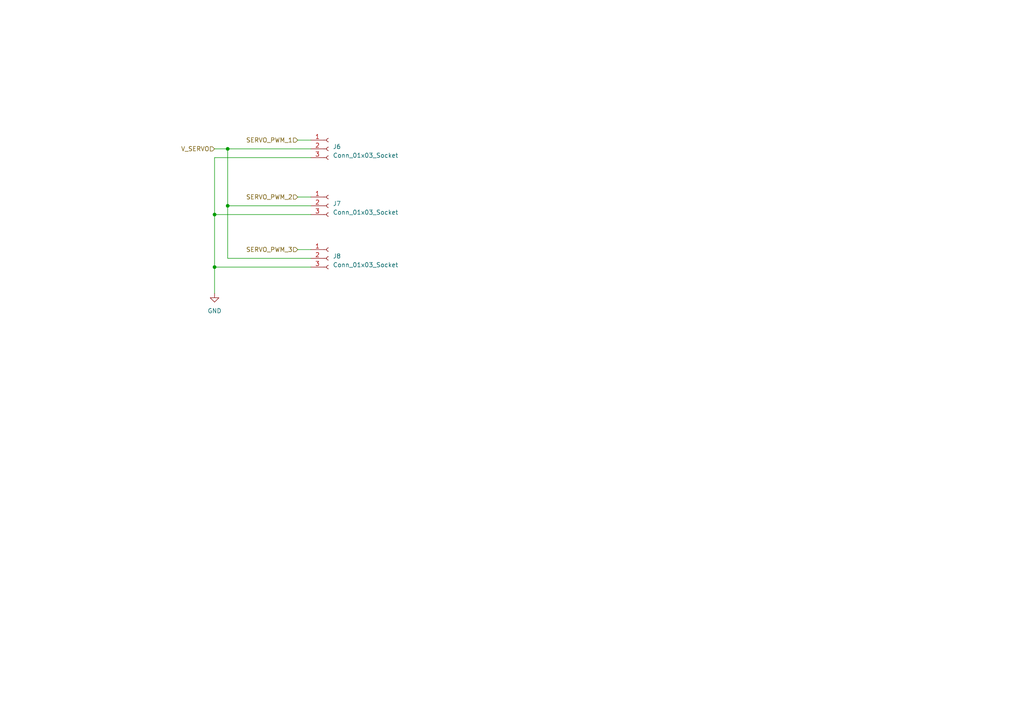
<source format=kicad_sch>
(kicad_sch (version 20230121) (generator eeschema)
  (paper "A4")
  (lib_symbols
    (symbol "Connector:Conn_01x03_Socket" (pin_names (offset 1.016) hide)
      (property "Reference" "J" (at 0 5.08 0))
      (property "Value" "Conn_01x03_Socket" (at 0 -5.08 0))
      (symbol "Conn_01x03_Socket_1_1"
        (arc (start 0 -2.032) (mid -0.5058 -2.54) (end 0 -3.048) (stroke (width 0.1524)))
        (polyline (pts (xy -1.27 -2.54) (xy -0.508 -2.54)) (stroke (width 0.1524)))
        (polyline (pts (xy -1.27 0) (xy -0.508 0)) (stroke (width 0.1524)))
        (polyline (pts (xy -1.27 2.54) (xy -0.508 2.54)) (stroke (width 0.1524)))
        (arc (start 0 0.508) (mid -0.5058 0) (end 0 -0.508) (stroke (width 0.1524)))
        (arc (start 0 3.048) (mid -0.5058 2.54) (end 0 2.032) (stroke (width 0.1524)))
        (pin passive line (at -5.08 2.54 0) (length 3.81) (name "Pin_1") (number "1"))
        (pin passive line (at -5.08 0 0) (length 3.81) (name "Pin_2") (number "2"))
        (pin passive line (at -5.08 -2.54 0) (length 3.81) (name "Pin_3") (number "3"))
      )
    )
    (symbol "power:GND" (power) (pin_names (offset 0))
      (property "Value" "GND" (at 0 -3.81 0))
      (symbol "GND_0_1"
        (polyline (pts (xy 0 0) (xy 0 -1.27) (xy 1.27 -1.27) (xy 0 -2.54) (xy -1.27 -1.27) (xy 0 -1.27)))
      )
      (symbol "GND_1_1"
        (pin power_in line (at 0 0 270) (length 0) hide (name "GND") (number "1"))
      )
    )
  )
  (junction (at 62.23 77.47))
  (junction (at 66.04 43.18))
  (junction (at 62.23 62.23))
  (junction (at 66.04 59.69))
  (wire (pts (xy 62.23 43.18) (xy 66.04 43.18)))
  (wire (pts (xy 62.23 62.23) (xy 62.23 77.47)))
  (wire (pts (xy 90.17 62.23) (xy 62.23 62.23)))
  (wire (pts (xy 62.23 77.47) (xy 62.23 85.09)))
  (wire (pts (xy 66.04 43.18) (xy 90.17 43.18)))
  (wire (pts (xy 62.23 45.72) (xy 62.23 62.23)))
  (wire (pts (xy 90.17 45.72) (xy 62.23 45.72)))
  (wire (pts (xy 90.17 74.93) (xy 66.04 74.93)))
  (wire (pts (xy 66.04 59.69) (xy 66.04 43.18)))
  (wire (pts (xy 90.17 77.47) (xy 62.23 77.47)))
  (wire (pts (xy 86.36 40.64) (xy 90.17 40.64)))
  (wire (pts (xy 66.04 74.93) (xy 66.04 59.69)))
  (wire (pts (xy 90.17 59.69) (xy 66.04 59.69)))
  (wire (pts (xy 86.36 57.15) (xy 90.17 57.15)))
  (wire (pts (xy 86.36 72.39) (xy 90.17 72.39)))
  (hierarchical_label "V_SERVO" (shape input) (at 62.23 43.18 180))
  (hierarchical_label "SERVO_PWM_2" (shape input) (at 86.36 57.15 180))
  (hierarchical_label "SERVO_PWM_3" (shape input) (at 86.36 72.39 180))
  (hierarchical_label "SERVO_PWM_1" (shape input) (at 86.36 40.64 180))
  (symbol (lib_id "Connector:Conn_01x03_Socket") (at 95.25 59.69 0) (unit 1)
    (property "Reference" "J7" (at 96.52 59.055 0) (effects (justify left)))
    (property "Value" "Conn_01x03_Socket" (at 96.52 61.595 0) (effects (justify left)))
    (property "Footprint" "Connector_PinSocket_2.54mm:PinSocket_1x03_P2.54mm_Vertical" (effects hide))
  )
  (symbol (lib_id "Connector:Conn_01x03_Socket") (at 95.25 74.93 0) (unit 1)
    (property "Reference" "J8" (at 96.52 74.295 0) (effects (justify left)))
    (property "Value" "Conn_01x03_Socket" (at 96.52 76.835 0) (effects (justify left)))
    (property "Footprint" "Connector_PinSocket_2.54mm:PinSocket_1x03_P2.54mm_Vertical" (effects hide))
  )
  (symbol (lib_id "power:GND") (at 62.23 85.09 0) (unit 1)
    (property "Reference" "#PWR028" (effects hide))
    (property "Value" "GND" (at 62.23 90.17 0))
  )
  (symbol (lib_id "Connector:Conn_01x03_Socket") (at 95.25 43.18 0) (unit 1)
    (property "Reference" "J6" (at 96.52 42.545 0) (effects (justify left)))
    (property "Value" "Conn_01x03_Socket" (at 96.52 45.085 0) (effects (justify left)))
    (property "Footprint" "Connector_PinSocket_2.54mm:PinSocket_1x03_P2.54mm_Vertical" (effects hide))
  )
)
</source>
